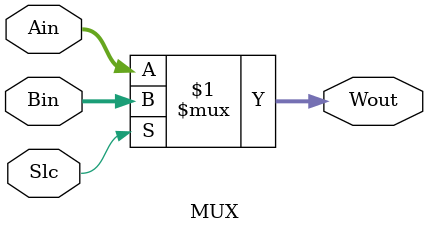
<source format=v>
module MUX(Wout,Ain,Bin,Slc);
	parameter N = 8;		//inputs and outputs size
	output reg [N-1:0]Wout;	//output
	input [N-1:0]Ain,Bin;	//input
	input Slc;				//Selector signal
	
	assign Wout = Slc ? Bin:Ain;
endmodule
</source>
